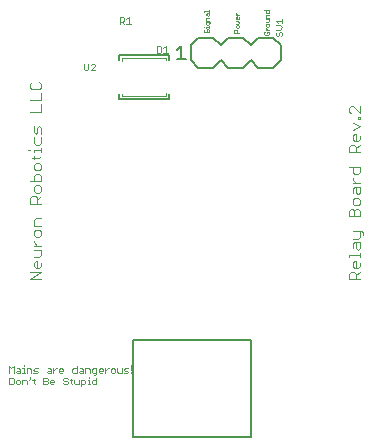
<source format=gto>
G75*
G70*
%OFA0B0*%
%FSLAX24Y24*%
%IPPOS*%
%LPD*%
%AMOC8*
5,1,8,0,0,1.08239X$1,22.5*
%
%ADD10C,0.0040*%
%ADD11C,0.0020*%
%ADD12C,0.0010*%
%ADD13C,0.0060*%
%ADD14C,0.0050*%
D10*
X001091Y005826D02*
X001452Y006067D01*
X001091Y006067D01*
X001272Y006195D02*
X001212Y006255D01*
X001212Y006375D01*
X001272Y006435D01*
X001332Y006435D01*
X001332Y006195D01*
X001392Y006195D02*
X001272Y006195D01*
X001392Y006195D02*
X001452Y006255D01*
X001452Y006375D01*
X001392Y006563D02*
X001452Y006623D01*
X001452Y006803D01*
X001212Y006803D01*
X001212Y006931D02*
X001452Y006931D01*
X001332Y006931D02*
X001212Y007051D01*
X001212Y007111D01*
X001272Y007238D02*
X001392Y007238D01*
X001452Y007298D01*
X001452Y007418D01*
X001392Y007478D01*
X001272Y007478D01*
X001212Y007418D01*
X001212Y007298D01*
X001272Y007238D01*
X001212Y007607D02*
X001212Y007787D01*
X001272Y007847D01*
X001452Y007847D01*
X001452Y007607D02*
X001212Y007607D01*
X001332Y008343D02*
X001332Y008523D01*
X001272Y008583D01*
X001151Y008583D01*
X001091Y008523D01*
X001091Y008343D01*
X001452Y008343D01*
X001332Y008463D02*
X001452Y008583D01*
X001392Y008711D02*
X001452Y008771D01*
X001452Y008892D01*
X001392Y008952D01*
X001272Y008952D01*
X001212Y008892D01*
X001212Y008771D01*
X001272Y008711D01*
X001392Y008711D01*
X001452Y009080D02*
X001091Y009080D01*
X001212Y009080D02*
X001212Y009260D01*
X001272Y009320D01*
X001392Y009320D01*
X001452Y009260D01*
X001452Y009080D01*
X001392Y009448D02*
X001272Y009448D01*
X001212Y009508D01*
X001212Y009628D01*
X001272Y009688D01*
X001392Y009688D01*
X001452Y009628D01*
X001452Y009508D01*
X001392Y009448D01*
X001212Y009816D02*
X001212Y009936D01*
X001151Y009876D02*
X001392Y009876D01*
X001452Y009936D01*
X001452Y010062D02*
X001452Y010182D01*
X001452Y010122D02*
X001212Y010122D01*
X001212Y010062D01*
X001091Y010122D02*
X001031Y010122D01*
X001272Y010307D02*
X001212Y010367D01*
X001212Y010548D01*
X001272Y010676D02*
X001212Y010736D01*
X001212Y010916D01*
X001332Y010856D02*
X001332Y010736D01*
X001272Y010676D01*
X001332Y010856D02*
X001392Y010916D01*
X001452Y010856D01*
X001452Y010676D01*
X001452Y010548D02*
X001452Y010367D01*
X001392Y010307D01*
X001272Y010307D01*
X001091Y011412D02*
X001452Y011412D01*
X001452Y011653D01*
X001452Y011781D02*
X001452Y012021D01*
X001392Y012149D02*
X001452Y012209D01*
X001452Y012329D01*
X001392Y012389D01*
X001392Y012149D02*
X001151Y012149D01*
X001091Y012209D01*
X001091Y012329D01*
X001151Y012389D01*
X001091Y011781D02*
X001452Y011781D01*
X001392Y006563D02*
X001212Y006563D01*
X001091Y005826D02*
X001452Y005826D01*
X011716Y005826D02*
X011716Y006007D01*
X011776Y006067D01*
X011897Y006067D01*
X011957Y006007D01*
X011957Y005826D01*
X012077Y005826D02*
X011716Y005826D01*
X011957Y005946D02*
X012077Y006067D01*
X012017Y006195D02*
X011897Y006195D01*
X011837Y006255D01*
X011837Y006375D01*
X011897Y006435D01*
X011957Y006435D01*
X011957Y006195D01*
X012017Y006195D02*
X012077Y006255D01*
X012077Y006375D01*
X012077Y006563D02*
X012077Y006683D01*
X012077Y006623D02*
X011716Y006623D01*
X011716Y006563D01*
X011837Y006869D02*
X011837Y006989D01*
X011897Y007049D01*
X012077Y007049D01*
X012077Y006869D01*
X012017Y006809D01*
X011957Y006869D01*
X011957Y007049D01*
X012017Y007177D02*
X011837Y007177D01*
X012017Y007177D02*
X012077Y007237D01*
X012077Y007417D01*
X012137Y007417D02*
X012197Y007357D01*
X012197Y007297D01*
X012137Y007417D02*
X011837Y007417D01*
X011897Y007913D02*
X011897Y008094D01*
X011957Y008154D01*
X012017Y008154D01*
X012077Y008094D01*
X012077Y007913D01*
X011716Y007913D01*
X011716Y008094D01*
X011776Y008154D01*
X011837Y008154D01*
X011897Y008094D01*
X011897Y008282D02*
X012017Y008282D01*
X012077Y008342D01*
X012077Y008462D01*
X012017Y008522D01*
X011897Y008522D01*
X011837Y008462D01*
X011837Y008342D01*
X011897Y008282D01*
X012017Y008650D02*
X011957Y008710D01*
X011957Y008890D01*
X011897Y008890D02*
X012077Y008890D01*
X012077Y008710D01*
X012017Y008650D01*
X011837Y008710D02*
X011837Y008830D01*
X011897Y008890D01*
X011957Y009018D02*
X011837Y009138D01*
X011837Y009199D01*
X011897Y009325D02*
X011837Y009385D01*
X011837Y009565D01*
X011716Y009565D02*
X012077Y009565D01*
X012077Y009385D01*
X012017Y009325D01*
X011897Y009325D01*
X011837Y009018D02*
X012077Y009018D01*
X012077Y010062D02*
X011716Y010062D01*
X011716Y010242D01*
X011776Y010302D01*
X011897Y010302D01*
X011957Y010242D01*
X011957Y010062D01*
X011957Y010182D02*
X012077Y010302D01*
X012017Y010430D02*
X011897Y010430D01*
X011837Y010490D01*
X011837Y010610D01*
X011897Y010670D01*
X011957Y010670D01*
X011957Y010430D01*
X012017Y010430D02*
X012077Y010490D01*
X012077Y010610D01*
X011837Y010799D02*
X012077Y010919D01*
X011837Y011039D01*
X012017Y011167D02*
X012017Y011227D01*
X012077Y011227D01*
X012077Y011167D01*
X012017Y011167D01*
X012077Y011351D02*
X011837Y011591D01*
X011776Y011591D01*
X011716Y011531D01*
X011716Y011411D01*
X011776Y011351D01*
X012077Y011351D02*
X012077Y011591D01*
D11*
X000504Y002320D02*
X000394Y002320D01*
X000394Y002540D01*
X000504Y002540D01*
X000540Y002503D01*
X000540Y002357D01*
X000504Y002320D01*
X000615Y002357D02*
X000651Y002320D01*
X000725Y002320D01*
X000761Y002357D01*
X000761Y002430D01*
X000725Y002467D01*
X000651Y002467D01*
X000615Y002430D01*
X000615Y002357D01*
X000836Y002320D02*
X000836Y002467D01*
X000946Y002467D01*
X000982Y002430D01*
X000982Y002320D01*
X001057Y002467D02*
X001093Y002503D01*
X001093Y002577D01*
X001129Y002702D02*
X001129Y002812D01*
X001092Y002849D01*
X000982Y002849D01*
X000982Y002702D01*
X000908Y002702D02*
X000835Y002702D01*
X000872Y002702D02*
X000872Y002849D01*
X000835Y002849D01*
X000872Y002922D02*
X000872Y002959D01*
X000761Y002812D02*
X000761Y002702D01*
X000651Y002702D01*
X000614Y002738D01*
X000651Y002775D01*
X000761Y002775D01*
X000761Y002812D02*
X000724Y002849D01*
X000651Y002849D01*
X000540Y002922D02*
X000540Y002702D01*
X000393Y002702D02*
X000393Y002922D01*
X000466Y002849D01*
X000540Y002922D01*
X001203Y002812D02*
X001240Y002849D01*
X001350Y002849D01*
X001313Y002775D02*
X001240Y002775D01*
X001203Y002812D01*
X001203Y002702D02*
X001313Y002702D01*
X001350Y002738D01*
X001313Y002775D01*
X001204Y002503D02*
X001204Y002357D01*
X001240Y002320D01*
X001240Y002467D02*
X001167Y002467D01*
X001535Y002430D02*
X001645Y002430D01*
X001682Y002393D01*
X001682Y002357D01*
X001645Y002320D01*
X001535Y002320D01*
X001535Y002540D01*
X001645Y002540D01*
X001682Y002503D01*
X001682Y002467D01*
X001645Y002430D01*
X001756Y002430D02*
X001793Y002467D01*
X001866Y002467D01*
X001903Y002430D01*
X001903Y002393D01*
X001756Y002393D01*
X001756Y002357D02*
X001756Y002430D01*
X001756Y002357D02*
X001793Y002320D01*
X001866Y002320D01*
X002198Y002357D02*
X002235Y002320D01*
X002308Y002320D01*
X002345Y002357D01*
X002345Y002393D01*
X002308Y002430D01*
X002235Y002430D01*
X002198Y002467D01*
X002198Y002503D01*
X002235Y002540D01*
X002308Y002540D01*
X002345Y002503D01*
X002419Y002467D02*
X002493Y002467D01*
X002456Y002503D02*
X002456Y002357D01*
X002493Y002320D01*
X002567Y002357D02*
X002603Y002320D01*
X002713Y002320D01*
X002713Y002467D01*
X002788Y002467D02*
X002898Y002467D01*
X002934Y002430D01*
X002934Y002357D01*
X002898Y002320D01*
X002788Y002320D01*
X002788Y002247D02*
X002788Y002467D01*
X002750Y002702D02*
X002713Y002738D01*
X002750Y002775D01*
X002860Y002775D01*
X002860Y002812D02*
X002860Y002702D01*
X002750Y002702D01*
X002639Y002702D02*
X002639Y002922D01*
X002639Y002849D02*
X002529Y002849D01*
X002492Y002812D01*
X002492Y002738D01*
X002529Y002702D01*
X002639Y002702D01*
X002750Y002849D02*
X002823Y002849D01*
X002860Y002812D01*
X002934Y002849D02*
X003044Y002849D01*
X003081Y002812D01*
X003081Y002702D01*
X003155Y002738D02*
X003155Y002812D01*
X003192Y002849D01*
X003302Y002849D01*
X003302Y002665D01*
X003265Y002628D01*
X003229Y002628D01*
X003192Y002702D02*
X003302Y002702D01*
X003376Y002738D02*
X003376Y002812D01*
X003413Y002849D01*
X003486Y002849D01*
X003523Y002812D01*
X003523Y002775D01*
X003376Y002775D01*
X003376Y002738D02*
X003413Y002702D01*
X003486Y002702D01*
X003597Y002702D02*
X003597Y002849D01*
X003597Y002775D02*
X003671Y002849D01*
X003707Y002849D01*
X003781Y002812D02*
X003781Y002738D01*
X003818Y002702D01*
X003891Y002702D01*
X003928Y002738D01*
X003928Y002812D01*
X003891Y002849D01*
X003818Y002849D01*
X003781Y002812D01*
X004002Y002849D02*
X004002Y002738D01*
X004039Y002702D01*
X004149Y002702D01*
X004149Y002849D01*
X004223Y002812D02*
X004260Y002849D01*
X004370Y002849D01*
X004333Y002775D02*
X004260Y002775D01*
X004223Y002812D01*
X004223Y002702D02*
X004333Y002702D01*
X004370Y002738D01*
X004333Y002775D01*
X004444Y002738D02*
X004444Y002702D01*
X004444Y002812D02*
X004444Y002959D01*
X003303Y002540D02*
X003303Y002320D01*
X003193Y002320D01*
X003156Y002357D01*
X003156Y002430D01*
X003193Y002467D01*
X003303Y002467D01*
X003192Y002702D02*
X003155Y002738D01*
X003045Y002577D02*
X003045Y002540D01*
X003045Y002467D02*
X003045Y002320D01*
X003009Y002320D02*
X003082Y002320D01*
X003045Y002467D02*
X003009Y002467D01*
X002934Y002702D02*
X002934Y002849D01*
X002567Y002467D02*
X002567Y002357D01*
X002160Y002702D02*
X002087Y002702D01*
X002050Y002738D01*
X002050Y002812D01*
X002087Y002849D01*
X002160Y002849D01*
X002197Y002812D01*
X002197Y002775D01*
X002050Y002775D01*
X001976Y002849D02*
X001940Y002849D01*
X001866Y002775D01*
X001866Y002702D02*
X001866Y002849D01*
X001792Y002812D02*
X001792Y002702D01*
X001682Y002702D01*
X001645Y002738D01*
X001682Y002775D01*
X001792Y002775D01*
X001792Y002812D02*
X001755Y002849D01*
X001682Y002849D01*
X004152Y011931D02*
X004152Y012011D01*
X004152Y011931D02*
X005632Y011931D01*
X005632Y012021D01*
X005632Y013121D02*
X005632Y013211D01*
X004152Y013211D01*
X004152Y013111D01*
X003256Y012966D02*
X003256Y012929D01*
X003109Y012782D01*
X003256Y012782D01*
X003256Y012966D02*
X003219Y013002D01*
X003146Y013002D01*
X003109Y012966D01*
X003035Y013002D02*
X003035Y012819D01*
X002998Y012782D01*
X002925Y012782D01*
X002888Y012819D01*
X002888Y013002D01*
X004080Y014336D02*
X004080Y014557D01*
X004190Y014557D01*
X004227Y014520D01*
X004227Y014446D01*
X004190Y014410D01*
X004080Y014410D01*
X004153Y014410D02*
X004227Y014336D01*
X004301Y014336D02*
X004448Y014336D01*
X004374Y014336D02*
X004374Y014557D01*
X004301Y014483D01*
X005310Y013587D02*
X005310Y013366D01*
X005420Y013366D01*
X005457Y013403D01*
X005457Y013550D01*
X005420Y013587D01*
X005310Y013587D01*
X005531Y013513D02*
X005604Y013587D01*
X005604Y013366D01*
X005531Y013366D02*
X005678Y013366D01*
X009277Y013958D02*
X009313Y013921D01*
X009350Y013921D01*
X009387Y013958D01*
X009387Y014031D01*
X009423Y014068D01*
X009460Y014068D01*
X009497Y014031D01*
X009497Y013958D01*
X009460Y013921D01*
X009423Y014142D02*
X009497Y014216D01*
X009423Y014289D01*
X009277Y014289D01*
X009350Y014363D02*
X009277Y014437D01*
X009497Y014437D01*
X009497Y014510D02*
X009497Y014363D01*
X009423Y014142D02*
X009277Y014142D01*
X009313Y014068D02*
X009277Y014031D01*
X009277Y013958D01*
D12*
X009054Y013999D02*
X009054Y014049D01*
X009029Y014074D01*
X008979Y014074D01*
X008979Y014024D01*
X008929Y013974D02*
X009029Y013974D01*
X009054Y013999D01*
X009054Y014121D02*
X008954Y014121D01*
X009004Y014121D02*
X008954Y014171D01*
X008954Y014196D01*
X008979Y014244D02*
X009029Y014244D01*
X009054Y014269D01*
X009054Y014319D01*
X009029Y014344D01*
X008979Y014344D01*
X008954Y014319D01*
X008954Y014269D01*
X008979Y014244D01*
X008954Y014391D02*
X009029Y014391D01*
X009054Y014416D01*
X009054Y014491D01*
X008954Y014491D01*
X008954Y014538D02*
X008954Y014613D01*
X008979Y014638D01*
X009054Y014638D01*
X009029Y014686D02*
X008979Y014686D01*
X008954Y014711D01*
X008954Y014786D01*
X008903Y014786D02*
X009054Y014786D01*
X009054Y014711D01*
X009029Y014686D01*
X009054Y014538D02*
X008954Y014538D01*
X008929Y014074D02*
X008903Y014049D01*
X008903Y013999D01*
X008929Y013974D01*
X008052Y014043D02*
X007901Y014043D01*
X007901Y014118D01*
X007926Y014143D01*
X007976Y014143D01*
X008001Y014118D01*
X008001Y014043D01*
X007976Y014190D02*
X008027Y014190D01*
X008052Y014215D01*
X008052Y014265D01*
X008027Y014290D01*
X007976Y014290D01*
X007951Y014265D01*
X007951Y014215D01*
X007976Y014190D01*
X007951Y014337D02*
X008027Y014337D01*
X008052Y014362D01*
X008027Y014387D01*
X008052Y014412D01*
X008027Y014437D01*
X007951Y014437D01*
X007976Y014485D02*
X007951Y014510D01*
X007951Y014560D01*
X007976Y014585D01*
X008001Y014585D01*
X008001Y014485D01*
X007976Y014485D02*
X008027Y014485D01*
X008052Y014510D01*
X008052Y014560D01*
X008052Y014632D02*
X007951Y014632D01*
X008001Y014632D02*
X007951Y014682D01*
X007951Y014707D01*
X007050Y014692D02*
X007050Y014616D01*
X007025Y014591D01*
X006999Y014616D01*
X006999Y014692D01*
X006974Y014692D02*
X007050Y014692D01*
X007050Y014739D02*
X007050Y014789D01*
X007050Y014764D02*
X006899Y014764D01*
X006899Y014739D01*
X006949Y014666D02*
X006974Y014692D01*
X006949Y014666D02*
X006949Y014616D01*
X006974Y014544D02*
X007050Y014544D01*
X006974Y014544D02*
X006949Y014519D01*
X006949Y014444D01*
X007050Y014444D01*
X007050Y014397D02*
X007050Y014322D01*
X007025Y014297D01*
X006974Y014297D01*
X006949Y014322D01*
X006949Y014397D01*
X007075Y014397D01*
X007100Y014372D01*
X007100Y014347D01*
X007050Y014249D02*
X007050Y014199D01*
X007050Y014224D02*
X006949Y014224D01*
X006949Y014199D01*
X006924Y014151D02*
X006899Y014126D01*
X006899Y014076D01*
X006924Y014051D01*
X006949Y014051D01*
X006974Y014076D01*
X006974Y014126D01*
X006999Y014151D01*
X007025Y014151D01*
X007050Y014126D01*
X007050Y014076D01*
X007025Y014051D01*
X006899Y014224D02*
X006874Y014224D01*
D13*
X006702Y013871D02*
X006452Y013621D01*
X006452Y013121D01*
X006702Y012871D01*
X007202Y012871D01*
X007452Y013121D01*
X007702Y012871D01*
X008202Y012871D01*
X008452Y013121D01*
X008702Y012871D01*
X009202Y012871D01*
X009452Y013121D01*
X009452Y013621D01*
X009202Y013871D01*
X008702Y013871D01*
X008452Y013621D01*
X008202Y013871D01*
X007702Y013871D01*
X007452Y013621D01*
X007202Y013871D01*
X006702Y013871D01*
X005722Y013301D02*
X005722Y013131D01*
X005722Y013301D02*
X004062Y013301D01*
X004062Y013121D01*
X004062Y012001D02*
X004062Y011841D01*
X005722Y011841D01*
X005722Y012011D01*
D14*
X005977Y013146D02*
X006277Y013146D01*
X006127Y013146D02*
X006127Y013597D01*
X005977Y013447D01*
X004512Y003806D02*
X004512Y000577D01*
X008449Y000577D01*
X008449Y003806D01*
X004512Y003806D01*
M02*

</source>
